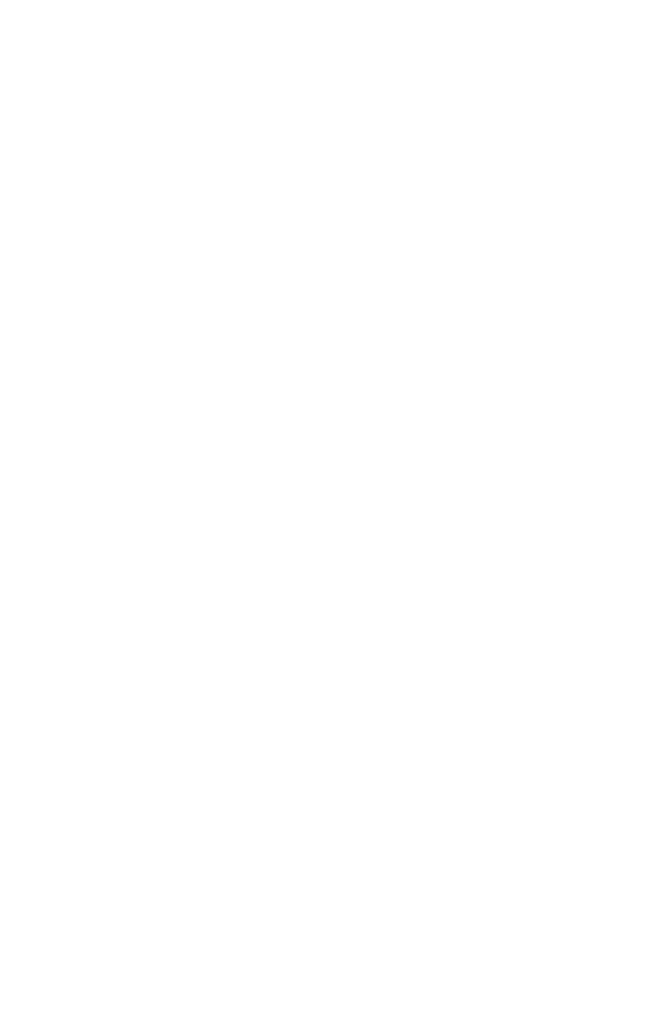
<source format=kicad_sch>
(kicad_sch (version 20230121) (generator eeschema)
  (paper "B" portrait)
  (lib_symbols)
)
</source>
